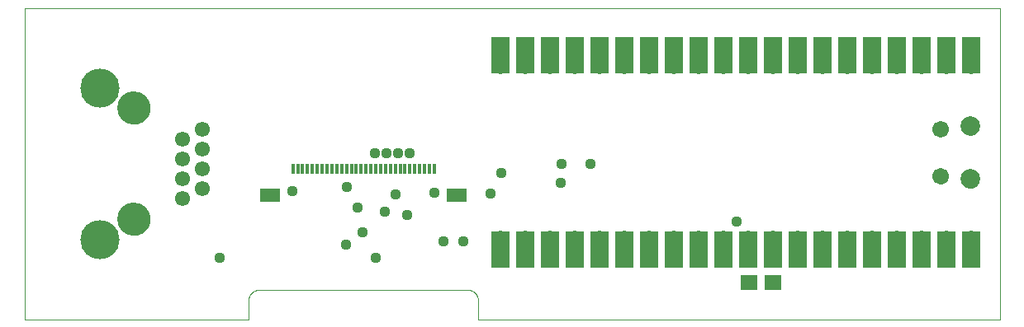
<source format=gts>
G75*
%MOIN*%
%OFA0B0*%
%FSLAX25Y25*%
%IPPOS*%
%LPD*%
%AMOC8*
5,1,8,0,0,1.08239X$1,22.5*
%
%ADD10C,0.00000*%
%ADD11R,0.08268X0.05512*%
%ADD12R,0.01575X0.04331*%
%ADD13C,0.13398*%
%ADD14R,0.07087X0.05906*%
%ADD15C,0.06737*%
%ADD16R,0.07493X0.14580*%
%ADD17C,0.07887*%
%ADD18C,0.06706*%
%ADD19R,0.04762X0.04762*%
%ADD20C,0.06115*%
%ADD21C,0.15800*%
%ADD22C,0.04369*%
D10*
X0001000Y0002063D02*
X0001000Y0128047D01*
X0394701Y0128047D01*
X0394701Y0002063D01*
X0184071Y0002063D01*
X0184071Y0009937D01*
X0184069Y0010061D01*
X0184063Y0010184D01*
X0184054Y0010308D01*
X0184040Y0010430D01*
X0184023Y0010553D01*
X0184001Y0010675D01*
X0183976Y0010796D01*
X0183947Y0010916D01*
X0183915Y0011035D01*
X0183878Y0011154D01*
X0183838Y0011271D01*
X0183795Y0011386D01*
X0183747Y0011501D01*
X0183696Y0011613D01*
X0183642Y0011724D01*
X0183584Y0011834D01*
X0183523Y0011941D01*
X0183458Y0012047D01*
X0183390Y0012150D01*
X0183319Y0012251D01*
X0183245Y0012350D01*
X0183168Y0012447D01*
X0183087Y0012541D01*
X0183004Y0012632D01*
X0182918Y0012721D01*
X0182829Y0012807D01*
X0182738Y0012890D01*
X0182644Y0012971D01*
X0182547Y0013048D01*
X0182448Y0013122D01*
X0182347Y0013193D01*
X0182244Y0013261D01*
X0182138Y0013326D01*
X0182031Y0013387D01*
X0181921Y0013445D01*
X0181810Y0013499D01*
X0181698Y0013550D01*
X0181583Y0013598D01*
X0181468Y0013641D01*
X0181351Y0013681D01*
X0181232Y0013718D01*
X0181113Y0013750D01*
X0180993Y0013779D01*
X0180872Y0013804D01*
X0180750Y0013826D01*
X0180627Y0013843D01*
X0180505Y0013857D01*
X0180381Y0013866D01*
X0180258Y0013872D01*
X0180134Y0013874D01*
X0095488Y0013874D01*
X0095364Y0013872D01*
X0095241Y0013866D01*
X0095117Y0013857D01*
X0094995Y0013843D01*
X0094872Y0013826D01*
X0094750Y0013804D01*
X0094629Y0013779D01*
X0094509Y0013750D01*
X0094390Y0013718D01*
X0094271Y0013681D01*
X0094154Y0013641D01*
X0094039Y0013598D01*
X0093924Y0013550D01*
X0093812Y0013499D01*
X0093701Y0013445D01*
X0093591Y0013387D01*
X0093484Y0013326D01*
X0093378Y0013261D01*
X0093275Y0013193D01*
X0093174Y0013122D01*
X0093075Y0013048D01*
X0092978Y0012971D01*
X0092884Y0012890D01*
X0092793Y0012807D01*
X0092704Y0012721D01*
X0092618Y0012632D01*
X0092535Y0012541D01*
X0092454Y0012447D01*
X0092377Y0012350D01*
X0092303Y0012251D01*
X0092232Y0012150D01*
X0092164Y0012047D01*
X0092099Y0011941D01*
X0092038Y0011834D01*
X0091980Y0011724D01*
X0091926Y0011613D01*
X0091875Y0011501D01*
X0091827Y0011386D01*
X0091784Y0011271D01*
X0091744Y0011154D01*
X0091707Y0011035D01*
X0091675Y0010916D01*
X0091646Y0010796D01*
X0091621Y0010675D01*
X0091599Y0010553D01*
X0091582Y0010430D01*
X0091568Y0010308D01*
X0091559Y0010184D01*
X0091553Y0010061D01*
X0091551Y0009937D01*
X0091551Y0002063D01*
X0001000Y0002063D01*
X0038934Y0042512D02*
X0038936Y0042670D01*
X0038942Y0042828D01*
X0038952Y0042986D01*
X0038966Y0043144D01*
X0038984Y0043301D01*
X0039005Y0043458D01*
X0039031Y0043614D01*
X0039061Y0043770D01*
X0039094Y0043925D01*
X0039132Y0044078D01*
X0039173Y0044231D01*
X0039218Y0044383D01*
X0039267Y0044534D01*
X0039320Y0044683D01*
X0039376Y0044831D01*
X0039436Y0044977D01*
X0039500Y0045122D01*
X0039568Y0045265D01*
X0039639Y0045407D01*
X0039713Y0045547D01*
X0039791Y0045684D01*
X0039873Y0045820D01*
X0039957Y0045954D01*
X0040046Y0046085D01*
X0040137Y0046214D01*
X0040232Y0046341D01*
X0040329Y0046466D01*
X0040430Y0046588D01*
X0040534Y0046707D01*
X0040641Y0046824D01*
X0040751Y0046938D01*
X0040864Y0047049D01*
X0040979Y0047158D01*
X0041097Y0047263D01*
X0041218Y0047365D01*
X0041341Y0047465D01*
X0041467Y0047561D01*
X0041595Y0047654D01*
X0041725Y0047744D01*
X0041858Y0047830D01*
X0041993Y0047914D01*
X0042129Y0047993D01*
X0042268Y0048070D01*
X0042409Y0048142D01*
X0042551Y0048212D01*
X0042695Y0048277D01*
X0042841Y0048339D01*
X0042988Y0048397D01*
X0043137Y0048452D01*
X0043287Y0048503D01*
X0043438Y0048550D01*
X0043590Y0048593D01*
X0043743Y0048632D01*
X0043898Y0048668D01*
X0044053Y0048699D01*
X0044209Y0048727D01*
X0044365Y0048751D01*
X0044522Y0048771D01*
X0044680Y0048787D01*
X0044837Y0048799D01*
X0044996Y0048807D01*
X0045154Y0048811D01*
X0045312Y0048811D01*
X0045470Y0048807D01*
X0045629Y0048799D01*
X0045786Y0048787D01*
X0045944Y0048771D01*
X0046101Y0048751D01*
X0046257Y0048727D01*
X0046413Y0048699D01*
X0046568Y0048668D01*
X0046723Y0048632D01*
X0046876Y0048593D01*
X0047028Y0048550D01*
X0047179Y0048503D01*
X0047329Y0048452D01*
X0047478Y0048397D01*
X0047625Y0048339D01*
X0047771Y0048277D01*
X0047915Y0048212D01*
X0048057Y0048142D01*
X0048198Y0048070D01*
X0048337Y0047993D01*
X0048473Y0047914D01*
X0048608Y0047830D01*
X0048741Y0047744D01*
X0048871Y0047654D01*
X0048999Y0047561D01*
X0049125Y0047465D01*
X0049248Y0047365D01*
X0049369Y0047263D01*
X0049487Y0047158D01*
X0049602Y0047049D01*
X0049715Y0046938D01*
X0049825Y0046824D01*
X0049932Y0046707D01*
X0050036Y0046588D01*
X0050137Y0046466D01*
X0050234Y0046341D01*
X0050329Y0046214D01*
X0050420Y0046085D01*
X0050509Y0045954D01*
X0050593Y0045820D01*
X0050675Y0045684D01*
X0050753Y0045547D01*
X0050827Y0045407D01*
X0050898Y0045265D01*
X0050966Y0045122D01*
X0051030Y0044977D01*
X0051090Y0044831D01*
X0051146Y0044683D01*
X0051199Y0044534D01*
X0051248Y0044383D01*
X0051293Y0044231D01*
X0051334Y0044078D01*
X0051372Y0043925D01*
X0051405Y0043770D01*
X0051435Y0043614D01*
X0051461Y0043458D01*
X0051482Y0043301D01*
X0051500Y0043144D01*
X0051514Y0042986D01*
X0051524Y0042828D01*
X0051530Y0042670D01*
X0051532Y0042512D01*
X0051530Y0042354D01*
X0051524Y0042196D01*
X0051514Y0042038D01*
X0051500Y0041880D01*
X0051482Y0041723D01*
X0051461Y0041566D01*
X0051435Y0041410D01*
X0051405Y0041254D01*
X0051372Y0041099D01*
X0051334Y0040946D01*
X0051293Y0040793D01*
X0051248Y0040641D01*
X0051199Y0040490D01*
X0051146Y0040341D01*
X0051090Y0040193D01*
X0051030Y0040047D01*
X0050966Y0039902D01*
X0050898Y0039759D01*
X0050827Y0039617D01*
X0050753Y0039477D01*
X0050675Y0039340D01*
X0050593Y0039204D01*
X0050509Y0039070D01*
X0050420Y0038939D01*
X0050329Y0038810D01*
X0050234Y0038683D01*
X0050137Y0038558D01*
X0050036Y0038436D01*
X0049932Y0038317D01*
X0049825Y0038200D01*
X0049715Y0038086D01*
X0049602Y0037975D01*
X0049487Y0037866D01*
X0049369Y0037761D01*
X0049248Y0037659D01*
X0049125Y0037559D01*
X0048999Y0037463D01*
X0048871Y0037370D01*
X0048741Y0037280D01*
X0048608Y0037194D01*
X0048473Y0037110D01*
X0048337Y0037031D01*
X0048198Y0036954D01*
X0048057Y0036882D01*
X0047915Y0036812D01*
X0047771Y0036747D01*
X0047625Y0036685D01*
X0047478Y0036627D01*
X0047329Y0036572D01*
X0047179Y0036521D01*
X0047028Y0036474D01*
X0046876Y0036431D01*
X0046723Y0036392D01*
X0046568Y0036356D01*
X0046413Y0036325D01*
X0046257Y0036297D01*
X0046101Y0036273D01*
X0045944Y0036253D01*
X0045786Y0036237D01*
X0045629Y0036225D01*
X0045470Y0036217D01*
X0045312Y0036213D01*
X0045154Y0036213D01*
X0044996Y0036217D01*
X0044837Y0036225D01*
X0044680Y0036237D01*
X0044522Y0036253D01*
X0044365Y0036273D01*
X0044209Y0036297D01*
X0044053Y0036325D01*
X0043898Y0036356D01*
X0043743Y0036392D01*
X0043590Y0036431D01*
X0043438Y0036474D01*
X0043287Y0036521D01*
X0043137Y0036572D01*
X0042988Y0036627D01*
X0042841Y0036685D01*
X0042695Y0036747D01*
X0042551Y0036812D01*
X0042409Y0036882D01*
X0042268Y0036954D01*
X0042129Y0037031D01*
X0041993Y0037110D01*
X0041858Y0037194D01*
X0041725Y0037280D01*
X0041595Y0037370D01*
X0041467Y0037463D01*
X0041341Y0037559D01*
X0041218Y0037659D01*
X0041097Y0037761D01*
X0040979Y0037866D01*
X0040864Y0037975D01*
X0040751Y0038086D01*
X0040641Y0038200D01*
X0040534Y0038317D01*
X0040430Y0038436D01*
X0040329Y0038558D01*
X0040232Y0038683D01*
X0040137Y0038810D01*
X0040046Y0038939D01*
X0039957Y0039070D01*
X0039873Y0039204D01*
X0039791Y0039340D01*
X0039713Y0039477D01*
X0039639Y0039617D01*
X0039568Y0039759D01*
X0039500Y0039902D01*
X0039436Y0040047D01*
X0039376Y0040193D01*
X0039320Y0040341D01*
X0039267Y0040490D01*
X0039218Y0040641D01*
X0039173Y0040793D01*
X0039132Y0040946D01*
X0039094Y0041099D01*
X0039061Y0041254D01*
X0039031Y0041410D01*
X0039005Y0041566D01*
X0038984Y0041723D01*
X0038966Y0041880D01*
X0038952Y0042038D01*
X0038942Y0042196D01*
X0038936Y0042354D01*
X0038934Y0042512D01*
X0038934Y0087512D02*
X0038936Y0087670D01*
X0038942Y0087828D01*
X0038952Y0087986D01*
X0038966Y0088144D01*
X0038984Y0088301D01*
X0039005Y0088458D01*
X0039031Y0088614D01*
X0039061Y0088770D01*
X0039094Y0088925D01*
X0039132Y0089078D01*
X0039173Y0089231D01*
X0039218Y0089383D01*
X0039267Y0089534D01*
X0039320Y0089683D01*
X0039376Y0089831D01*
X0039436Y0089977D01*
X0039500Y0090122D01*
X0039568Y0090265D01*
X0039639Y0090407D01*
X0039713Y0090547D01*
X0039791Y0090684D01*
X0039873Y0090820D01*
X0039957Y0090954D01*
X0040046Y0091085D01*
X0040137Y0091214D01*
X0040232Y0091341D01*
X0040329Y0091466D01*
X0040430Y0091588D01*
X0040534Y0091707D01*
X0040641Y0091824D01*
X0040751Y0091938D01*
X0040864Y0092049D01*
X0040979Y0092158D01*
X0041097Y0092263D01*
X0041218Y0092365D01*
X0041341Y0092465D01*
X0041467Y0092561D01*
X0041595Y0092654D01*
X0041725Y0092744D01*
X0041858Y0092830D01*
X0041993Y0092914D01*
X0042129Y0092993D01*
X0042268Y0093070D01*
X0042409Y0093142D01*
X0042551Y0093212D01*
X0042695Y0093277D01*
X0042841Y0093339D01*
X0042988Y0093397D01*
X0043137Y0093452D01*
X0043287Y0093503D01*
X0043438Y0093550D01*
X0043590Y0093593D01*
X0043743Y0093632D01*
X0043898Y0093668D01*
X0044053Y0093699D01*
X0044209Y0093727D01*
X0044365Y0093751D01*
X0044522Y0093771D01*
X0044680Y0093787D01*
X0044837Y0093799D01*
X0044996Y0093807D01*
X0045154Y0093811D01*
X0045312Y0093811D01*
X0045470Y0093807D01*
X0045629Y0093799D01*
X0045786Y0093787D01*
X0045944Y0093771D01*
X0046101Y0093751D01*
X0046257Y0093727D01*
X0046413Y0093699D01*
X0046568Y0093668D01*
X0046723Y0093632D01*
X0046876Y0093593D01*
X0047028Y0093550D01*
X0047179Y0093503D01*
X0047329Y0093452D01*
X0047478Y0093397D01*
X0047625Y0093339D01*
X0047771Y0093277D01*
X0047915Y0093212D01*
X0048057Y0093142D01*
X0048198Y0093070D01*
X0048337Y0092993D01*
X0048473Y0092914D01*
X0048608Y0092830D01*
X0048741Y0092744D01*
X0048871Y0092654D01*
X0048999Y0092561D01*
X0049125Y0092465D01*
X0049248Y0092365D01*
X0049369Y0092263D01*
X0049487Y0092158D01*
X0049602Y0092049D01*
X0049715Y0091938D01*
X0049825Y0091824D01*
X0049932Y0091707D01*
X0050036Y0091588D01*
X0050137Y0091466D01*
X0050234Y0091341D01*
X0050329Y0091214D01*
X0050420Y0091085D01*
X0050509Y0090954D01*
X0050593Y0090820D01*
X0050675Y0090684D01*
X0050753Y0090547D01*
X0050827Y0090407D01*
X0050898Y0090265D01*
X0050966Y0090122D01*
X0051030Y0089977D01*
X0051090Y0089831D01*
X0051146Y0089683D01*
X0051199Y0089534D01*
X0051248Y0089383D01*
X0051293Y0089231D01*
X0051334Y0089078D01*
X0051372Y0088925D01*
X0051405Y0088770D01*
X0051435Y0088614D01*
X0051461Y0088458D01*
X0051482Y0088301D01*
X0051500Y0088144D01*
X0051514Y0087986D01*
X0051524Y0087828D01*
X0051530Y0087670D01*
X0051532Y0087512D01*
X0051530Y0087354D01*
X0051524Y0087196D01*
X0051514Y0087038D01*
X0051500Y0086880D01*
X0051482Y0086723D01*
X0051461Y0086566D01*
X0051435Y0086410D01*
X0051405Y0086254D01*
X0051372Y0086099D01*
X0051334Y0085946D01*
X0051293Y0085793D01*
X0051248Y0085641D01*
X0051199Y0085490D01*
X0051146Y0085341D01*
X0051090Y0085193D01*
X0051030Y0085047D01*
X0050966Y0084902D01*
X0050898Y0084759D01*
X0050827Y0084617D01*
X0050753Y0084477D01*
X0050675Y0084340D01*
X0050593Y0084204D01*
X0050509Y0084070D01*
X0050420Y0083939D01*
X0050329Y0083810D01*
X0050234Y0083683D01*
X0050137Y0083558D01*
X0050036Y0083436D01*
X0049932Y0083317D01*
X0049825Y0083200D01*
X0049715Y0083086D01*
X0049602Y0082975D01*
X0049487Y0082866D01*
X0049369Y0082761D01*
X0049248Y0082659D01*
X0049125Y0082559D01*
X0048999Y0082463D01*
X0048871Y0082370D01*
X0048741Y0082280D01*
X0048608Y0082194D01*
X0048473Y0082110D01*
X0048337Y0082031D01*
X0048198Y0081954D01*
X0048057Y0081882D01*
X0047915Y0081812D01*
X0047771Y0081747D01*
X0047625Y0081685D01*
X0047478Y0081627D01*
X0047329Y0081572D01*
X0047179Y0081521D01*
X0047028Y0081474D01*
X0046876Y0081431D01*
X0046723Y0081392D01*
X0046568Y0081356D01*
X0046413Y0081325D01*
X0046257Y0081297D01*
X0046101Y0081273D01*
X0045944Y0081253D01*
X0045786Y0081237D01*
X0045629Y0081225D01*
X0045470Y0081217D01*
X0045312Y0081213D01*
X0045154Y0081213D01*
X0044996Y0081217D01*
X0044837Y0081225D01*
X0044680Y0081237D01*
X0044522Y0081253D01*
X0044365Y0081273D01*
X0044209Y0081297D01*
X0044053Y0081325D01*
X0043898Y0081356D01*
X0043743Y0081392D01*
X0043590Y0081431D01*
X0043438Y0081474D01*
X0043287Y0081521D01*
X0043137Y0081572D01*
X0042988Y0081627D01*
X0042841Y0081685D01*
X0042695Y0081747D01*
X0042551Y0081812D01*
X0042409Y0081882D01*
X0042268Y0081954D01*
X0042129Y0082031D01*
X0041993Y0082110D01*
X0041858Y0082194D01*
X0041725Y0082280D01*
X0041595Y0082370D01*
X0041467Y0082463D01*
X0041341Y0082559D01*
X0041218Y0082659D01*
X0041097Y0082761D01*
X0040979Y0082866D01*
X0040864Y0082975D01*
X0040751Y0083086D01*
X0040641Y0083200D01*
X0040534Y0083317D01*
X0040430Y0083436D01*
X0040329Y0083558D01*
X0040232Y0083683D01*
X0040137Y0083810D01*
X0040046Y0083939D01*
X0039957Y0084070D01*
X0039873Y0084204D01*
X0039791Y0084340D01*
X0039713Y0084477D01*
X0039639Y0084617D01*
X0039568Y0084759D01*
X0039500Y0084902D01*
X0039436Y0085047D01*
X0039376Y0085193D01*
X0039320Y0085341D01*
X0039267Y0085490D01*
X0039218Y0085641D01*
X0039173Y0085793D01*
X0039132Y0085946D01*
X0039094Y0086099D01*
X0039061Y0086254D01*
X0039031Y0086410D01*
X0039005Y0086566D01*
X0038984Y0086723D01*
X0038966Y0086880D01*
X0038952Y0087038D01*
X0038942Y0087196D01*
X0038936Y0087354D01*
X0038934Y0087512D01*
X0367890Y0079051D02*
X0367892Y0079159D01*
X0367898Y0079268D01*
X0367908Y0079376D01*
X0367922Y0079483D01*
X0367940Y0079590D01*
X0367961Y0079697D01*
X0367987Y0079802D01*
X0368017Y0079907D01*
X0368050Y0080010D01*
X0368087Y0080112D01*
X0368128Y0080212D01*
X0368172Y0080311D01*
X0368221Y0080409D01*
X0368272Y0080504D01*
X0368327Y0080597D01*
X0368386Y0080689D01*
X0368448Y0080778D01*
X0368513Y0080865D01*
X0368581Y0080949D01*
X0368652Y0081031D01*
X0368726Y0081110D01*
X0368803Y0081186D01*
X0368883Y0081260D01*
X0368966Y0081330D01*
X0369051Y0081398D01*
X0369138Y0081462D01*
X0369228Y0081523D01*
X0369320Y0081581D01*
X0369414Y0081635D01*
X0369510Y0081686D01*
X0369607Y0081733D01*
X0369707Y0081777D01*
X0369808Y0081817D01*
X0369910Y0081853D01*
X0370013Y0081885D01*
X0370118Y0081914D01*
X0370224Y0081938D01*
X0370330Y0081959D01*
X0370437Y0081976D01*
X0370545Y0081989D01*
X0370653Y0081998D01*
X0370762Y0082003D01*
X0370870Y0082004D01*
X0370979Y0082001D01*
X0371087Y0081994D01*
X0371195Y0081983D01*
X0371302Y0081968D01*
X0371409Y0081949D01*
X0371515Y0081926D01*
X0371620Y0081900D01*
X0371725Y0081869D01*
X0371827Y0081835D01*
X0371929Y0081797D01*
X0372029Y0081755D01*
X0372128Y0081710D01*
X0372225Y0081661D01*
X0372319Y0081608D01*
X0372412Y0081552D01*
X0372503Y0081493D01*
X0372592Y0081430D01*
X0372678Y0081365D01*
X0372762Y0081296D01*
X0372843Y0081224D01*
X0372921Y0081149D01*
X0372997Y0081071D01*
X0373070Y0080990D01*
X0373140Y0080907D01*
X0373206Y0080822D01*
X0373270Y0080734D01*
X0373330Y0080643D01*
X0373387Y0080551D01*
X0373440Y0080456D01*
X0373490Y0080360D01*
X0373536Y0080262D01*
X0373579Y0080162D01*
X0373618Y0080061D01*
X0373653Y0079958D01*
X0373685Y0079855D01*
X0373712Y0079750D01*
X0373736Y0079644D01*
X0373756Y0079537D01*
X0373772Y0079430D01*
X0373784Y0079322D01*
X0373792Y0079214D01*
X0373796Y0079105D01*
X0373796Y0078997D01*
X0373792Y0078888D01*
X0373784Y0078780D01*
X0373772Y0078672D01*
X0373756Y0078565D01*
X0373736Y0078458D01*
X0373712Y0078352D01*
X0373685Y0078247D01*
X0373653Y0078144D01*
X0373618Y0078041D01*
X0373579Y0077940D01*
X0373536Y0077840D01*
X0373490Y0077742D01*
X0373440Y0077646D01*
X0373387Y0077551D01*
X0373330Y0077459D01*
X0373270Y0077368D01*
X0373206Y0077280D01*
X0373140Y0077195D01*
X0373070Y0077112D01*
X0372997Y0077031D01*
X0372921Y0076953D01*
X0372843Y0076878D01*
X0372762Y0076806D01*
X0372678Y0076737D01*
X0372592Y0076672D01*
X0372503Y0076609D01*
X0372412Y0076550D01*
X0372320Y0076494D01*
X0372225Y0076441D01*
X0372128Y0076392D01*
X0372029Y0076347D01*
X0371929Y0076305D01*
X0371827Y0076267D01*
X0371725Y0076233D01*
X0371620Y0076202D01*
X0371515Y0076176D01*
X0371409Y0076153D01*
X0371302Y0076134D01*
X0371195Y0076119D01*
X0371087Y0076108D01*
X0370979Y0076101D01*
X0370870Y0076098D01*
X0370762Y0076099D01*
X0370653Y0076104D01*
X0370545Y0076113D01*
X0370437Y0076126D01*
X0370330Y0076143D01*
X0370224Y0076164D01*
X0370118Y0076188D01*
X0370013Y0076217D01*
X0369910Y0076249D01*
X0369808Y0076285D01*
X0369707Y0076325D01*
X0369607Y0076369D01*
X0369510Y0076416D01*
X0369414Y0076467D01*
X0369320Y0076521D01*
X0369228Y0076579D01*
X0369138Y0076640D01*
X0369051Y0076704D01*
X0368966Y0076772D01*
X0368883Y0076842D01*
X0368803Y0076916D01*
X0368726Y0076992D01*
X0368652Y0077071D01*
X0368581Y0077153D01*
X0368513Y0077237D01*
X0368448Y0077324D01*
X0368386Y0077413D01*
X0368327Y0077505D01*
X0368272Y0077598D01*
X0368221Y0077693D01*
X0368172Y0077791D01*
X0368128Y0077890D01*
X0368087Y0077990D01*
X0368050Y0078092D01*
X0368017Y0078195D01*
X0367987Y0078300D01*
X0367961Y0078405D01*
X0367940Y0078512D01*
X0367922Y0078619D01*
X0367908Y0078726D01*
X0367898Y0078834D01*
X0367892Y0078943D01*
X0367890Y0079051D01*
X0379229Y0080232D02*
X0379231Y0080350D01*
X0379237Y0080469D01*
X0379247Y0080587D01*
X0379261Y0080704D01*
X0379278Y0080821D01*
X0379300Y0080938D01*
X0379326Y0081053D01*
X0379355Y0081168D01*
X0379388Y0081282D01*
X0379425Y0081394D01*
X0379466Y0081505D01*
X0379510Y0081615D01*
X0379558Y0081723D01*
X0379610Y0081830D01*
X0379665Y0081935D01*
X0379724Y0082038D01*
X0379786Y0082138D01*
X0379851Y0082237D01*
X0379920Y0082334D01*
X0379991Y0082428D01*
X0380066Y0082519D01*
X0380144Y0082609D01*
X0380225Y0082695D01*
X0380309Y0082779D01*
X0380395Y0082860D01*
X0380485Y0082938D01*
X0380576Y0083013D01*
X0380670Y0083084D01*
X0380767Y0083153D01*
X0380866Y0083218D01*
X0380966Y0083280D01*
X0381069Y0083339D01*
X0381174Y0083394D01*
X0381281Y0083446D01*
X0381389Y0083494D01*
X0381499Y0083538D01*
X0381610Y0083579D01*
X0381722Y0083616D01*
X0381836Y0083649D01*
X0381951Y0083678D01*
X0382066Y0083704D01*
X0382183Y0083726D01*
X0382300Y0083743D01*
X0382417Y0083757D01*
X0382535Y0083767D01*
X0382654Y0083773D01*
X0382772Y0083775D01*
X0382890Y0083773D01*
X0383009Y0083767D01*
X0383127Y0083757D01*
X0383244Y0083743D01*
X0383361Y0083726D01*
X0383478Y0083704D01*
X0383593Y0083678D01*
X0383708Y0083649D01*
X0383822Y0083616D01*
X0383934Y0083579D01*
X0384045Y0083538D01*
X0384155Y0083494D01*
X0384263Y0083446D01*
X0384370Y0083394D01*
X0384475Y0083339D01*
X0384578Y0083280D01*
X0384678Y0083218D01*
X0384777Y0083153D01*
X0384874Y0083084D01*
X0384968Y0083013D01*
X0385059Y0082938D01*
X0385149Y0082860D01*
X0385235Y0082779D01*
X0385319Y0082695D01*
X0385400Y0082609D01*
X0385478Y0082519D01*
X0385553Y0082428D01*
X0385624Y0082334D01*
X0385693Y0082237D01*
X0385758Y0082138D01*
X0385820Y0082038D01*
X0385879Y0081935D01*
X0385934Y0081830D01*
X0385986Y0081723D01*
X0386034Y0081615D01*
X0386078Y0081505D01*
X0386119Y0081394D01*
X0386156Y0081282D01*
X0386189Y0081168D01*
X0386218Y0081053D01*
X0386244Y0080938D01*
X0386266Y0080821D01*
X0386283Y0080704D01*
X0386297Y0080587D01*
X0386307Y0080469D01*
X0386313Y0080350D01*
X0386315Y0080232D01*
X0386313Y0080114D01*
X0386307Y0079995D01*
X0386297Y0079877D01*
X0386283Y0079760D01*
X0386266Y0079643D01*
X0386244Y0079526D01*
X0386218Y0079411D01*
X0386189Y0079296D01*
X0386156Y0079182D01*
X0386119Y0079070D01*
X0386078Y0078959D01*
X0386034Y0078849D01*
X0385986Y0078741D01*
X0385934Y0078634D01*
X0385879Y0078529D01*
X0385820Y0078426D01*
X0385758Y0078326D01*
X0385693Y0078227D01*
X0385624Y0078130D01*
X0385553Y0078036D01*
X0385478Y0077945D01*
X0385400Y0077855D01*
X0385319Y0077769D01*
X0385235Y0077685D01*
X0385149Y0077604D01*
X0385059Y0077526D01*
X0384968Y0077451D01*
X0384874Y0077380D01*
X0384777Y0077311D01*
X0384678Y0077246D01*
X0384578Y0077184D01*
X0384475Y0077125D01*
X0384370Y0077070D01*
X0384263Y0077018D01*
X0384155Y0076970D01*
X0384045Y0076926D01*
X0383934Y0076885D01*
X0383822Y0076848D01*
X0383708Y0076815D01*
X0383593Y0076786D01*
X0383478Y0076760D01*
X0383361Y0076738D01*
X0383244Y0076721D01*
X0383127Y0076707D01*
X0383009Y0076697D01*
X0382890Y0076691D01*
X0382772Y0076689D01*
X0382654Y0076691D01*
X0382535Y0076697D01*
X0382417Y0076707D01*
X0382300Y0076721D01*
X0382183Y0076738D01*
X0382066Y0076760D01*
X0381951Y0076786D01*
X0381836Y0076815D01*
X0381722Y0076848D01*
X0381610Y0076885D01*
X0381499Y0076926D01*
X0381389Y0076970D01*
X0381281Y0077018D01*
X0381174Y0077070D01*
X0381069Y0077125D01*
X0380966Y0077184D01*
X0380866Y0077246D01*
X0380767Y0077311D01*
X0380670Y0077380D01*
X0380576Y0077451D01*
X0380485Y0077526D01*
X0380395Y0077604D01*
X0380309Y0077685D01*
X0380225Y0077769D01*
X0380144Y0077855D01*
X0380066Y0077945D01*
X0379991Y0078036D01*
X0379920Y0078130D01*
X0379851Y0078227D01*
X0379786Y0078326D01*
X0379724Y0078426D01*
X0379665Y0078529D01*
X0379610Y0078634D01*
X0379558Y0078741D01*
X0379510Y0078849D01*
X0379466Y0078959D01*
X0379425Y0079070D01*
X0379388Y0079182D01*
X0379355Y0079296D01*
X0379326Y0079411D01*
X0379300Y0079526D01*
X0379278Y0079643D01*
X0379261Y0079760D01*
X0379247Y0079877D01*
X0379237Y0079995D01*
X0379231Y0080114D01*
X0379229Y0080232D01*
X0367890Y0059957D02*
X0367892Y0060065D01*
X0367898Y0060174D01*
X0367908Y0060282D01*
X0367922Y0060389D01*
X0367940Y0060496D01*
X0367961Y0060603D01*
X0367987Y0060708D01*
X0368017Y0060813D01*
X0368050Y0060916D01*
X0368087Y0061018D01*
X0368128Y0061118D01*
X0368172Y0061217D01*
X0368221Y0061315D01*
X0368272Y0061410D01*
X0368327Y0061503D01*
X0368386Y0061595D01*
X0368448Y0061684D01*
X0368513Y0061771D01*
X0368581Y0061855D01*
X0368652Y0061937D01*
X0368726Y0062016D01*
X0368803Y0062092D01*
X0368883Y0062166D01*
X0368966Y0062236D01*
X0369051Y0062304D01*
X0369138Y0062368D01*
X0369228Y0062429D01*
X0369320Y0062487D01*
X0369414Y0062541D01*
X0369510Y0062592D01*
X0369607Y0062639D01*
X0369707Y0062683D01*
X0369808Y0062723D01*
X0369910Y0062759D01*
X0370013Y0062791D01*
X0370118Y0062820D01*
X0370224Y0062844D01*
X0370330Y0062865D01*
X0370437Y0062882D01*
X0370545Y0062895D01*
X0370653Y0062904D01*
X0370762Y0062909D01*
X0370870Y0062910D01*
X0370979Y0062907D01*
X0371087Y0062900D01*
X0371195Y0062889D01*
X0371302Y0062874D01*
X0371409Y0062855D01*
X0371515Y0062832D01*
X0371620Y0062806D01*
X0371725Y0062775D01*
X0371827Y0062741D01*
X0371929Y0062703D01*
X0372029Y0062661D01*
X0372128Y0062616D01*
X0372225Y0062567D01*
X0372319Y0062514D01*
X0372412Y0062458D01*
X0372503Y0062399D01*
X0372592Y0062336D01*
X0372678Y0062271D01*
X0372762Y0062202D01*
X0372843Y0062130D01*
X0372921Y0062055D01*
X0372997Y0061977D01*
X0373070Y0061896D01*
X0373140Y0061813D01*
X0373206Y0061728D01*
X0373270Y0061640D01*
X0373330Y0061549D01*
X0373387Y0061457D01*
X0373440Y0061362D01*
X0373490Y0061266D01*
X0373536Y0061168D01*
X0373579Y0061068D01*
X0373618Y0060967D01*
X0373653Y0060864D01*
X0373685Y0060761D01*
X0373712Y0060656D01*
X0373736Y0060550D01*
X0373756Y0060443D01*
X0373772Y0060336D01*
X0373784Y0060228D01*
X0373792Y0060120D01*
X0373796Y0060011D01*
X0373796Y0059903D01*
X0373792Y0059794D01*
X0373784Y0059686D01*
X0373772Y0059578D01*
X0373756Y0059471D01*
X0373736Y0059364D01*
X0373712Y0059258D01*
X0373685Y0059153D01*
X0373653Y0059050D01*
X0373618Y0058947D01*
X0373579Y0058846D01*
X0373536Y0058746D01*
X0373490Y0058648D01*
X0373440Y0058552D01*
X0373387Y0058457D01*
X0373330Y0058365D01*
X0373270Y0058274D01*
X0373206Y0058186D01*
X0373140Y0058101D01*
X0373070Y0058018D01*
X0372997Y0057937D01*
X0372921Y0057859D01*
X0372843Y0057784D01*
X0372762Y0057712D01*
X0372678Y0057643D01*
X0372592Y0057578D01*
X0372503Y0057515D01*
X0372412Y0057456D01*
X0372320Y0057400D01*
X0372225Y0057347D01*
X0372128Y0057298D01*
X0372029Y0057253D01*
X0371929Y0057211D01*
X0371827Y0057173D01*
X0371725Y0057139D01*
X0371620Y0057108D01*
X0371515Y0057082D01*
X0371409Y0057059D01*
X0371302Y0057040D01*
X0371195Y0057025D01*
X0371087Y0057014D01*
X0370979Y0057007D01*
X0370870Y0057004D01*
X0370762Y0057005D01*
X0370653Y0057010D01*
X0370545Y0057019D01*
X0370437Y0057032D01*
X0370330Y0057049D01*
X0370224Y0057070D01*
X0370118Y0057094D01*
X0370013Y0057123D01*
X0369910Y0057155D01*
X0369808Y0057191D01*
X0369707Y0057231D01*
X0369607Y0057275D01*
X0369510Y0057322D01*
X0369414Y0057373D01*
X0369320Y0057427D01*
X0369228Y0057485D01*
X0369138Y0057546D01*
X0369051Y0057610D01*
X0368966Y0057678D01*
X0368883Y0057748D01*
X0368803Y0057822D01*
X0368726Y0057898D01*
X0368652Y0057977D01*
X0368581Y0058059D01*
X0368513Y0058143D01*
X0368448Y0058230D01*
X0368386Y0058319D01*
X0368327Y0058411D01*
X0368272Y0058504D01*
X0368221Y0058599D01*
X0368172Y0058697D01*
X0368128Y0058796D01*
X0368087Y0058896D01*
X0368050Y0058998D01*
X0368017Y0059101D01*
X0367987Y0059206D01*
X0367961Y0059311D01*
X0367940Y0059418D01*
X0367922Y0059525D01*
X0367908Y0059632D01*
X0367898Y0059740D01*
X0367892Y0059849D01*
X0367890Y0059957D01*
X0379229Y0058776D02*
X0379231Y0058894D01*
X0379237Y0059013D01*
X0379247Y0059131D01*
X0379261Y0059248D01*
X0379278Y0059365D01*
X0379300Y0059482D01*
X0379326Y0059597D01*
X0379355Y0059712D01*
X0379388Y0059826D01*
X0379425Y0059938D01*
X0379466Y0060049D01*
X0379510Y0060159D01*
X0379558Y0060267D01*
X0379610Y0060374D01*
X0379665Y0060479D01*
X0379724Y0060582D01*
X0379786Y0060682D01*
X0379851Y0060781D01*
X0379920Y0060878D01*
X0379991Y0060972D01*
X0380066Y0061063D01*
X0380144Y0061153D01*
X0380225Y0061239D01*
X0380309Y0061323D01*
X0380395Y0061404D01*
X0380485Y0061482D01*
X0380576Y0061557D01*
X0380670Y0061628D01*
X0380767Y0061697D01*
X0380866Y0061762D01*
X0380966Y0061824D01*
X0381069Y0061883D01*
X0381174Y0061938D01*
X0381281Y0061990D01*
X0381389Y0062038D01*
X0381499Y0062082D01*
X0381610Y0062123D01*
X0381722Y0062160D01*
X0381836Y0062193D01*
X0381951Y0062222D01*
X0382066Y0062248D01*
X0382183Y0062270D01*
X0382300Y0062287D01*
X0382417Y0062301D01*
X0382535Y0062311D01*
X0382654Y0062317D01*
X0382772Y0062319D01*
X0382890Y0062317D01*
X0383009Y0062311D01*
X0383127Y0062301D01*
X0383244Y0062287D01*
X0383361Y0062270D01*
X0383478Y0062248D01*
X0383593Y0062222D01*
X0383708Y0062193D01*
X0383822Y0062160D01*
X0383934Y0062123D01*
X0384045Y0062082D01*
X0384155Y0062038D01*
X0384263Y0061990D01*
X0384370Y0061938D01*
X0384475Y0061883D01*
X0384578Y0061824D01*
X0384678Y0061762D01*
X0384777Y0061697D01*
X0384874Y0061628D01*
X0384968Y0061557D01*
X0385059Y0061482D01*
X0385149Y0061404D01*
X0385235Y0061323D01*
X0385319Y0061239D01*
X0385400Y0061153D01*
X0385478Y0061063D01*
X0385553Y0060972D01*
X0385624Y0060878D01*
X0385693Y0060781D01*
X0385758Y0060682D01*
X0385820Y0060582D01*
X0385879Y0060479D01*
X0385934Y0060374D01*
X0385986Y0060267D01*
X0386034Y0060159D01*
X0386078Y0060049D01*
X0386119Y0059938D01*
X0386156Y0059826D01*
X0386189Y0059712D01*
X0386218Y0059597D01*
X0386244Y0059482D01*
X0386266Y0059365D01*
X0386283Y0059248D01*
X0386297Y0059131D01*
X0386307Y0059013D01*
X0386313Y0058894D01*
X0386315Y0058776D01*
X0386313Y0058658D01*
X0386307Y0058539D01*
X0386297Y0058421D01*
X0386283Y0058304D01*
X0386266Y0058187D01*
X0386244Y0058070D01*
X0386218Y0057955D01*
X0386189Y0057840D01*
X0386156Y0057726D01*
X0386119Y0057614D01*
X0386078Y0057503D01*
X0386034Y0057393D01*
X0385986Y0057285D01*
X0385934Y0057178D01*
X0385879Y0057073D01*
X0385820Y0056970D01*
X0385758Y0056870D01*
X0385693Y0056771D01*
X0385624Y0056674D01*
X0385553Y0056580D01*
X0385478Y0056489D01*
X0385400Y0056399D01*
X0385319Y0056313D01*
X0385235Y0056229D01*
X0385149Y0056148D01*
X0385059Y0056070D01*
X0384968Y0055995D01*
X0384874Y0055924D01*
X0384777Y0055855D01*
X0384678Y0055790D01*
X0384578Y0055728D01*
X0384475Y0055669D01*
X0384370Y0055614D01*
X0384263Y0055562D01*
X0384155Y0055514D01*
X0384045Y0055470D01*
X0383934Y0055429D01*
X0383822Y0055392D01*
X0383708Y0055359D01*
X0383593Y0055330D01*
X0383478Y0055304D01*
X0383361Y0055282D01*
X0383244Y0055265D01*
X0383127Y0055251D01*
X0383009Y0055241D01*
X0382890Y0055235D01*
X0382772Y0055233D01*
X0382654Y0055235D01*
X0382535Y0055241D01*
X0382417Y0055251D01*
X0382300Y0055265D01*
X0382183Y0055282D01*
X0382066Y0055304D01*
X0381951Y0055330D01*
X0381836Y0055359D01*
X0381722Y0055392D01*
X0381610Y0055429D01*
X0381499Y0055470D01*
X0381389Y0055514D01*
X0381281Y0055562D01*
X0381174Y0055614D01*
X0381069Y0055669D01*
X0380966Y0055728D01*
X0380866Y0055790D01*
X0380767Y0055855D01*
X0380670Y0055924D01*
X0380576Y0055995D01*
X0380485Y0056070D01*
X0380395Y0056148D01*
X0380309Y0056229D01*
X0380225Y0056313D01*
X0380144Y0056399D01*
X0380066Y0056489D01*
X0379991Y0056580D01*
X0379920Y0056674D01*
X0379851Y0056771D01*
X0379786Y0056870D01*
X0379724Y0056970D01*
X0379665Y0057073D01*
X0379610Y0057178D01*
X0379558Y0057285D01*
X0379510Y0057393D01*
X0379466Y0057503D01*
X0379425Y0057614D01*
X0379388Y0057726D01*
X0379355Y0057840D01*
X0379326Y0057955D01*
X0379300Y0058070D01*
X0379278Y0058187D01*
X0379261Y0058304D01*
X0379247Y0058421D01*
X0379237Y0058539D01*
X0379231Y0058658D01*
X0379229Y0058776D01*
D11*
X0175516Y0052221D03*
X0100320Y0052221D03*
D12*
X0109375Y0062851D03*
X0111343Y0062851D03*
X0113312Y0062851D03*
X0115280Y0062851D03*
X0117249Y0062851D03*
X0119217Y0062851D03*
X0121186Y0062851D03*
X0123154Y0062851D03*
X0123154Y0062851D03*
X0125123Y0062851D03*
X0125123Y0062851D03*
X0127091Y0062851D03*
X0127091Y0062851D03*
X0129060Y0062851D03*
X0131028Y0062851D03*
X0131028Y0062851D03*
X0132997Y0062851D03*
X0134965Y0062851D03*
X0136934Y0062851D03*
X0138902Y0062851D03*
X0138902Y0062851D03*
X0140871Y0062851D03*
X0142839Y0062851D03*
X0144808Y0062851D03*
X0146776Y0062851D03*
X0148745Y0062851D03*
X0148745Y0062851D03*
X0150713Y0062851D03*
X0152682Y0062851D03*
X0154650Y0062851D03*
X0156619Y0062851D03*
X0158587Y0062851D03*
X0160556Y0062851D03*
X0162524Y0062851D03*
X0164493Y0062851D03*
X0166461Y0062851D03*
D13*
X0045233Y0042512D03*
X0045233Y0087512D03*
D14*
X0293323Y0017024D03*
X0303165Y0016827D03*
D15*
X0303283Y0034504D03*
X0293283Y0034504D03*
X0283283Y0034504D03*
X0273283Y0034504D03*
X0263283Y0034504D03*
X0253283Y0034504D03*
X0243283Y0034504D03*
X0233283Y0034504D03*
X0223283Y0034504D03*
X0213283Y0034504D03*
X0203283Y0034504D03*
X0193283Y0034504D03*
X0313283Y0034504D03*
X0323283Y0034504D03*
X0333283Y0034504D03*
X0343283Y0034504D03*
X0353283Y0034504D03*
X0363283Y0034504D03*
X0373283Y0034504D03*
X0383283Y0034504D03*
X0383283Y0104504D03*
X0373283Y0104504D03*
X0363283Y0104504D03*
X0353283Y0104504D03*
X0343283Y0104504D03*
X0333283Y0104504D03*
X0323283Y0104504D03*
X0313283Y0104504D03*
X0303283Y0104504D03*
X0293283Y0104504D03*
X0283283Y0104504D03*
X0273283Y0104504D03*
X0263283Y0104504D03*
X0253283Y0104504D03*
X0243283Y0104504D03*
X0233283Y0104504D03*
X0223283Y0104504D03*
X0213283Y0104504D03*
X0203283Y0104504D03*
X0193283Y0104504D03*
D16*
X0193283Y0108874D03*
X0203283Y0108874D03*
X0213283Y0108874D03*
X0223283Y0108874D03*
X0233283Y0108874D03*
X0243283Y0108874D03*
X0253283Y0108874D03*
X0263283Y0108874D03*
X0273283Y0108874D03*
X0283283Y0108874D03*
X0293283Y0108874D03*
X0303283Y0108874D03*
X0313283Y0108874D03*
X0323283Y0108874D03*
X0333283Y0108874D03*
X0343283Y0108874D03*
X0353283Y0108874D03*
X0363283Y0108874D03*
X0373283Y0108874D03*
X0383283Y0108874D03*
X0383283Y0030134D03*
X0373283Y0030134D03*
X0363283Y0030134D03*
X0353283Y0030134D03*
X0343283Y0030134D03*
X0333283Y0030134D03*
X0323283Y0030134D03*
X0313283Y0030134D03*
X0303283Y0030134D03*
X0293283Y0030134D03*
X0283283Y0030134D03*
X0273283Y0030134D03*
X0263283Y0030134D03*
X0253283Y0030134D03*
X0243283Y0030134D03*
X0233283Y0030134D03*
X0223283Y0030134D03*
X0213283Y0030134D03*
X0203283Y0030134D03*
X0193283Y0030134D03*
D17*
X0382772Y0058776D03*
X0382772Y0080232D03*
D18*
X0370843Y0079051D03*
X0370843Y0059957D03*
D19*
X0072850Y0079031D03*
D20*
X0072933Y0079012D03*
X0064933Y0075012D03*
X0072933Y0071012D03*
X0064933Y0067012D03*
X0072933Y0063012D03*
X0064933Y0059012D03*
X0072933Y0055012D03*
X0064933Y0051012D03*
D21*
X0031433Y0034312D03*
X0031433Y0095712D03*
D22*
X0142339Y0069386D03*
X0147063Y0069386D03*
X0151787Y0069386D03*
X0156512Y0069386D03*
X0193323Y0061118D03*
X0189189Y0053047D03*
X0166354Y0053244D03*
X0150803Y0052457D03*
X0135646Y0047339D03*
X0146472Y0045567D03*
X0155528Y0044386D03*
X0137417Y0037102D03*
X0130921Y0032181D03*
X0142732Y0027063D03*
X0170291Y0033559D03*
X0178165Y0033559D03*
X0131118Y0055606D03*
X0109268Y0053835D03*
X0079740Y0026866D03*
X0217535Y0057181D03*
X0217929Y0064858D03*
X0229543Y0065055D03*
X0288402Y0041630D03*
M02*

</source>
